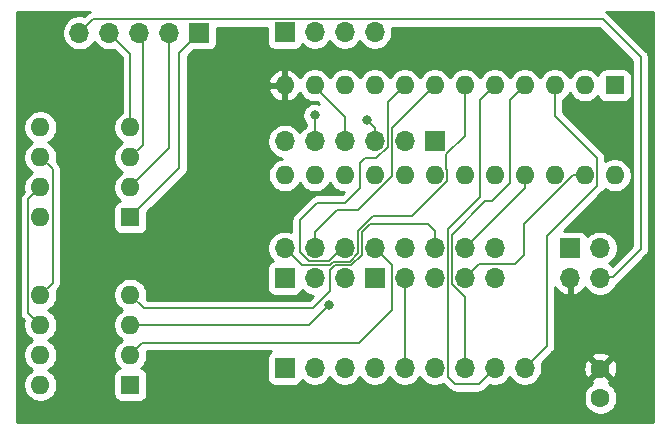
<source format=gbl>
G04 #@! TF.GenerationSoftware,KiCad,Pcbnew,(5.1.9)-1*
G04 #@! TF.CreationDate,2023-05-10T20:53:47+01:00*
G04 #@! TF.ProjectId,Memory Decoder,4d656d6f-7279-4204-9465-636f6465722e,Rev001*
G04 #@! TF.SameCoordinates,Original*
G04 #@! TF.FileFunction,Copper,L2,Bot*
G04 #@! TF.FilePolarity,Positive*
%FSLAX46Y46*%
G04 Gerber Fmt 4.6, Leading zero omitted, Abs format (unit mm)*
G04 Created by KiCad (PCBNEW (5.1.9)-1) date 2023-05-10 20:53:47*
%MOMM*%
%LPD*%
G01*
G04 APERTURE LIST*
G04 #@! TA.AperFunction,ComponentPad*
%ADD10C,1.600000*%
G04 #@! TD*
G04 #@! TA.AperFunction,ComponentPad*
%ADD11R,1.700000X1.700000*%
G04 #@! TD*
G04 #@! TA.AperFunction,ComponentPad*
%ADD12O,1.700000X1.700000*%
G04 #@! TD*
G04 #@! TA.AperFunction,ComponentPad*
%ADD13R,1.600000X1.600000*%
G04 #@! TD*
G04 #@! TA.AperFunction,ComponentPad*
%ADD14O,1.600000X1.600000*%
G04 #@! TD*
G04 #@! TA.AperFunction,ViaPad*
%ADD15C,0.800000*%
G04 #@! TD*
G04 #@! TA.AperFunction,Conductor*
%ADD16C,0.152400*%
G04 #@! TD*
G04 #@! TA.AperFunction,Conductor*
%ADD17C,0.254000*%
G04 #@! TD*
G04 #@! TA.AperFunction,Conductor*
%ADD18C,0.100000*%
G04 #@! TD*
G04 APERTURE END LIST*
D10*
X147315000Y-105255000D03*
X147315000Y-107755000D03*
D11*
X120580000Y-97595000D03*
D12*
X120580000Y-95055000D03*
X123120000Y-97595000D03*
X123120000Y-95055000D03*
X125660000Y-97595000D03*
X125660000Y-95055000D03*
D13*
X148520000Y-81275000D03*
D14*
X120580000Y-88895000D03*
X145980000Y-81275000D03*
X123120000Y-88895000D03*
X143440000Y-81275000D03*
X125660000Y-88895000D03*
X140900000Y-81275000D03*
X128200000Y-88895000D03*
X138360000Y-81275000D03*
X130740000Y-88895000D03*
X135820000Y-81275000D03*
X133280000Y-88895000D03*
X133280000Y-81275000D03*
X135820000Y-88895000D03*
X130740000Y-81275000D03*
X138360000Y-88895000D03*
X128200000Y-81275000D03*
X140900000Y-88895000D03*
X125660000Y-81275000D03*
X143440000Y-88895000D03*
X123120000Y-81275000D03*
X145980000Y-88895000D03*
X120580000Y-81275000D03*
X148520000Y-88895000D03*
D11*
X120580000Y-105215000D03*
D12*
X123120000Y-105215000D03*
X125660000Y-105215000D03*
X128200000Y-105215000D03*
X130740000Y-105215000D03*
X133280000Y-105215000D03*
X135820000Y-105215000D03*
X138360000Y-105215000D03*
X140900000Y-105215000D03*
D13*
X107515000Y-92450000D03*
D14*
X99895000Y-84830000D03*
X107515000Y-89910000D03*
X99895000Y-87370000D03*
X107515000Y-87370000D03*
X99895000Y-89910000D03*
X107515000Y-84830000D03*
X99895000Y-92450000D03*
D13*
X107515000Y-106625000D03*
D14*
X99895000Y-99005000D03*
X107515000Y-104085000D03*
X99895000Y-101545000D03*
X107515000Y-101545000D03*
X99895000Y-104085000D03*
X107515000Y-99005000D03*
X99895000Y-106625000D03*
D11*
X113365000Y-76825000D03*
D12*
X110825000Y-76825000D03*
X108285000Y-76825000D03*
X105745000Y-76825000D03*
X103205000Y-76825000D03*
D11*
X120580000Y-76775000D03*
D12*
X123120000Y-76775000D03*
X125660000Y-76775000D03*
X128200000Y-76775000D03*
D11*
X133280000Y-86005000D03*
D12*
X130740000Y-86005000D03*
X128200000Y-86005000D03*
X125660000Y-86005000D03*
X123120000Y-86005000D03*
X120580000Y-86005000D03*
D11*
X128200000Y-97595000D03*
D12*
X128200000Y-95055000D03*
X130740000Y-97595000D03*
X130740000Y-95055000D03*
X133280000Y-97595000D03*
X133280000Y-95055000D03*
X135820000Y-97595000D03*
X135820000Y-95055000D03*
X138360000Y-97595000D03*
X138360000Y-95055000D03*
D11*
X144745000Y-95055000D03*
D12*
X144745000Y-97595000D03*
X147285000Y-95055000D03*
X147285000Y-97595000D03*
D15*
X124365000Y-99850000D03*
X127512834Y-84197112D03*
X123120000Y-83796390D03*
D16*
X147440000Y-94900000D02*
X147285000Y-95055000D01*
X130740000Y-105215000D02*
X130740000Y-97595000D01*
X129661399Y-96516399D02*
X128200000Y-95055000D01*
X129661399Y-100328601D02*
X129661399Y-96516399D01*
X126905000Y-103085000D02*
X129661399Y-100328601D01*
X108515000Y-103085000D02*
X126905000Y-103085000D01*
X107515000Y-104085000D02*
X108515000Y-103085000D01*
X107515000Y-101545000D02*
X122670000Y-101545000D01*
X122670000Y-101545000D02*
X124365000Y-99850000D01*
X124440000Y-98644668D02*
X122959668Y-100125000D01*
X124440000Y-96900000D02*
X124440000Y-98644668D01*
X122959668Y-100125000D02*
X108635000Y-100125000D01*
X127090000Y-93731066D02*
X127090000Y-95625000D01*
X127821066Y-93000000D02*
X127090000Y-93731066D01*
X108635000Y-100125000D02*
X107515000Y-99005000D01*
X132690001Y-93000000D02*
X127821066Y-93000000D01*
X124823601Y-96516399D02*
X124440000Y-96900000D01*
X133280000Y-93589999D02*
X132690001Y-93000000D01*
X126198601Y-96516399D02*
X124823601Y-96516399D01*
X127090000Y-95625000D02*
X126198601Y-96516399D01*
X133280000Y-95055000D02*
X133280000Y-93589999D01*
X144980000Y-88895000D02*
X145980000Y-88895000D01*
X140832500Y-93042500D02*
X140832500Y-95632500D01*
X140832500Y-93042500D02*
X144980000Y-88895000D01*
X140102500Y-96362500D02*
X137052500Y-96362500D01*
X140832500Y-95632500D02*
X140102500Y-96362500D01*
X135820000Y-97595000D02*
X137052500Y-96362500D01*
X140900000Y-89975000D02*
X140900000Y-88895000D01*
X135820000Y-95055000D02*
X140900000Y-89975000D01*
X147511399Y-75696399D02*
X104333601Y-75696399D01*
X150715000Y-78900000D02*
X147511399Y-75696399D01*
X150715000Y-95150000D02*
X150715000Y-78900000D01*
X104333601Y-75696399D02*
X103205000Y-76825000D01*
X148404931Y-97460069D02*
X150715000Y-95150000D01*
X147419931Y-97460069D02*
X148404931Y-97460069D01*
X147285000Y-97595000D02*
X147419931Y-97460069D01*
X143440000Y-82406370D02*
X143440000Y-81275000D01*
X143440000Y-83831066D02*
X143440000Y-82406370D01*
X147008601Y-87399667D02*
X143440000Y-83831066D01*
X147008601Y-89806399D02*
X147008601Y-87399667D01*
X142765000Y-94050000D02*
X147008601Y-89806399D01*
X142765000Y-103350000D02*
X142765000Y-94050000D01*
X140900000Y-105215000D02*
X142765000Y-103350000D01*
X139665000Y-82510000D02*
X140900000Y-81275000D01*
X139665000Y-89525000D02*
X139665000Y-82510000D01*
X138090000Y-91100000D02*
X139665000Y-89525000D01*
X137565000Y-91100000D02*
X138090000Y-91100000D01*
X134715000Y-93950000D02*
X137565000Y-91100000D01*
X135820000Y-99191330D02*
X134715000Y-98086330D01*
X134715000Y-98086330D02*
X134715000Y-93950000D01*
X135820000Y-105215000D02*
X135820000Y-99191330D01*
X137115000Y-82520000D02*
X137560001Y-82074999D01*
X137115000Y-90750000D02*
X137115000Y-82520000D01*
X134410189Y-93454811D02*
X137115000Y-90750000D01*
X137560001Y-82074999D02*
X138360000Y-81275000D01*
X134410189Y-105945189D02*
X134410189Y-93454811D01*
X135040000Y-106575000D02*
X134410189Y-105945189D01*
X137000000Y-106575000D02*
X135040000Y-106575000D01*
X138360000Y-105215000D02*
X137000000Y-106575000D01*
X126072346Y-96211588D02*
X124697345Y-96211588D01*
X121429999Y-95904999D02*
X120580000Y-95055000D01*
X124392535Y-96516399D02*
X122041399Y-96516399D01*
X135820000Y-81275000D02*
X135820000Y-85523790D01*
X124697345Y-96211588D02*
X124392535Y-96516399D01*
X134260189Y-87083601D02*
X134260189Y-88352859D01*
X126785189Y-95498745D02*
X126072346Y-96211588D01*
X135820000Y-85523790D02*
X134260189Y-87083601D01*
X126785189Y-93604810D02*
X126785189Y-95498745D01*
X128049620Y-92340380D02*
X126785189Y-93604810D01*
X131356950Y-92340380D02*
X128049620Y-92340380D01*
X134308601Y-89388729D02*
X131356950Y-92340380D01*
X134260189Y-88352859D02*
X134308601Y-88401271D01*
X122041399Y-96516399D02*
X121429999Y-95904999D01*
X134308601Y-88401271D02*
X134308601Y-89388729D01*
X129640000Y-84915000D02*
X133280000Y-81275000D01*
X129640000Y-85000000D02*
X129640000Y-84915000D01*
X129644811Y-85004811D02*
X129640000Y-85000000D01*
X129644811Y-88972519D02*
X129644811Y-85004811D01*
X126792330Y-91825000D02*
X129644811Y-88972519D01*
X125040000Y-91825000D02*
X126792330Y-91825000D01*
X123140000Y-93725000D02*
X125040000Y-91825000D01*
X123140000Y-95035000D02*
X123140000Y-93725000D01*
X123120000Y-95055000D02*
X123140000Y-95035000D01*
X125660000Y-95055000D02*
X125422866Y-95055000D01*
X129315000Y-82700000D02*
X129940001Y-82074999D01*
X124344265Y-96133601D02*
X122602271Y-96133601D01*
X129315000Y-86486330D02*
X129315000Y-82700000D01*
X121865000Y-95396330D02*
X121865000Y-92668933D01*
X121865000Y-92668933D02*
X123333933Y-91200000D01*
X122602271Y-96133601D02*
X121865000Y-95396330D01*
X126915000Y-87875000D02*
X127340000Y-87450000D01*
X127340000Y-87450000D02*
X128351330Y-87450000D01*
X128351330Y-87450000D02*
X129315000Y-86486330D01*
X125422866Y-95055000D02*
X124344265Y-96133601D01*
X129940001Y-82074999D02*
X130740000Y-81275000D01*
X126915000Y-90000000D02*
X126915000Y-87875000D01*
X123333933Y-91200000D02*
X125715000Y-91200000D01*
X125715000Y-91200000D02*
X126915000Y-90000000D01*
X127512834Y-84222834D02*
X127512834Y-84197112D01*
X128190000Y-85995000D02*
X128190000Y-84900000D01*
X128190000Y-84900000D02*
X127512834Y-84222834D01*
X128200000Y-86005000D02*
X128190000Y-85995000D01*
X125660000Y-83995000D02*
X125660000Y-86005000D01*
X123120000Y-81455000D02*
X125660000Y-83995000D01*
X123120000Y-81275000D02*
X123120000Y-81455000D01*
X123120000Y-86005000D02*
X123120000Y-83796390D01*
X100923601Y-88398601D02*
X99895000Y-87370000D01*
X100923601Y-97976399D02*
X100923601Y-88398601D01*
X99895000Y-99005000D02*
X100923601Y-97976399D01*
X98866399Y-90938601D02*
X99895000Y-89910000D01*
X98866399Y-100516399D02*
X98866399Y-90938601D01*
X99895000Y-101545000D02*
X98866399Y-100516399D01*
X107515000Y-92450000D02*
X111665000Y-88300000D01*
X111665000Y-78525000D02*
X113365000Y-76825000D01*
X111665000Y-88300000D02*
X111665000Y-78525000D01*
X110825000Y-86600000D02*
X110825000Y-76825000D01*
X107515000Y-89910000D02*
X110825000Y-86600000D01*
X108543601Y-77083601D02*
X108285000Y-76825000D01*
X108543601Y-86341399D02*
X108543601Y-77083601D01*
X107515000Y-87370000D02*
X108543601Y-86341399D01*
X107515000Y-78595000D02*
X105745000Y-76825000D01*
X107515000Y-84830000D02*
X107515000Y-78595000D01*
D17*
X104060120Y-75036157D02*
X103936568Y-75102197D01*
X103828274Y-75191072D01*
X103806004Y-75218208D01*
X103628972Y-75395241D01*
X103351260Y-75340000D01*
X103058740Y-75340000D01*
X102771842Y-75397068D01*
X102501589Y-75509010D01*
X102258368Y-75671525D01*
X102051525Y-75878368D01*
X101889010Y-76121589D01*
X101777068Y-76391842D01*
X101720000Y-76678740D01*
X101720000Y-76971260D01*
X101777068Y-77258158D01*
X101889010Y-77528411D01*
X102051525Y-77771632D01*
X102258368Y-77978475D01*
X102501589Y-78140990D01*
X102771842Y-78252932D01*
X103058740Y-78310000D01*
X103351260Y-78310000D01*
X103638158Y-78252932D01*
X103908411Y-78140990D01*
X104151632Y-77978475D01*
X104358475Y-77771632D01*
X104475000Y-77597240D01*
X104591525Y-77771632D01*
X104798368Y-77978475D01*
X105041589Y-78140990D01*
X105311842Y-78252932D01*
X105598740Y-78310000D01*
X105891260Y-78310000D01*
X106168972Y-78254759D01*
X106803801Y-78889589D01*
X106803800Y-83579349D01*
X106600241Y-83715363D01*
X106400363Y-83915241D01*
X106243320Y-84150273D01*
X106135147Y-84411426D01*
X106080000Y-84688665D01*
X106080000Y-84971335D01*
X106135147Y-85248574D01*
X106243320Y-85509727D01*
X106400363Y-85744759D01*
X106600241Y-85944637D01*
X106832759Y-86100000D01*
X106600241Y-86255363D01*
X106400363Y-86455241D01*
X106243320Y-86690273D01*
X106135147Y-86951426D01*
X106080000Y-87228665D01*
X106080000Y-87511335D01*
X106135147Y-87788574D01*
X106243320Y-88049727D01*
X106400363Y-88284759D01*
X106600241Y-88484637D01*
X106832759Y-88640000D01*
X106600241Y-88795363D01*
X106400363Y-88995241D01*
X106243320Y-89230273D01*
X106135147Y-89491426D01*
X106080000Y-89768665D01*
X106080000Y-90051335D01*
X106135147Y-90328574D01*
X106243320Y-90589727D01*
X106400363Y-90824759D01*
X106598961Y-91023357D01*
X106590518Y-91024188D01*
X106470820Y-91060498D01*
X106360506Y-91119463D01*
X106263815Y-91198815D01*
X106184463Y-91295506D01*
X106125498Y-91405820D01*
X106089188Y-91525518D01*
X106076928Y-91650000D01*
X106076928Y-93250000D01*
X106089188Y-93374482D01*
X106125498Y-93494180D01*
X106184463Y-93604494D01*
X106263815Y-93701185D01*
X106360506Y-93780537D01*
X106470820Y-93839502D01*
X106590518Y-93875812D01*
X106715000Y-93888072D01*
X108315000Y-93888072D01*
X108439482Y-93875812D01*
X108559180Y-93839502D01*
X108669494Y-93780537D01*
X108766185Y-93701185D01*
X108845537Y-93604494D01*
X108904502Y-93494180D01*
X108940812Y-93374482D01*
X108953072Y-93250000D01*
X108953072Y-92017715D01*
X112143201Y-88827588D01*
X112170326Y-88805327D01*
X112192588Y-88778201D01*
X112192597Y-88778192D01*
X112259202Y-88697033D01*
X112299565Y-88621519D01*
X112325242Y-88573481D01*
X112365909Y-88439420D01*
X112376200Y-88334936D01*
X112376200Y-88334927D01*
X112379640Y-88300001D01*
X112376200Y-88265075D01*
X112376200Y-81624040D01*
X119188091Y-81624040D01*
X119282930Y-81888881D01*
X119427615Y-82130131D01*
X119616586Y-82338519D01*
X119842580Y-82506037D01*
X120096913Y-82626246D01*
X120230961Y-82666904D01*
X120453000Y-82544915D01*
X120453000Y-81402000D01*
X119309376Y-81402000D01*
X119188091Y-81624040D01*
X112376200Y-81624040D01*
X112376200Y-80925960D01*
X119188091Y-80925960D01*
X119309376Y-81148000D01*
X120453000Y-81148000D01*
X120453000Y-80005085D01*
X120230961Y-79883096D01*
X120096913Y-79923754D01*
X119842580Y-80043963D01*
X119616586Y-80211481D01*
X119427615Y-80419869D01*
X119282930Y-80661119D01*
X119188091Y-80925960D01*
X112376200Y-80925960D01*
X112376200Y-78819587D01*
X112882715Y-78313072D01*
X114215000Y-78313072D01*
X114339482Y-78300812D01*
X114459180Y-78264502D01*
X114569494Y-78205537D01*
X114666185Y-78126185D01*
X114745537Y-78029494D01*
X114804502Y-77919180D01*
X114840812Y-77799482D01*
X114853072Y-77675000D01*
X114853072Y-76407599D01*
X119091928Y-76407599D01*
X119091928Y-77625000D01*
X119104188Y-77749482D01*
X119140498Y-77869180D01*
X119199463Y-77979494D01*
X119278815Y-78076185D01*
X119375506Y-78155537D01*
X119485820Y-78214502D01*
X119605518Y-78250812D01*
X119730000Y-78263072D01*
X121430000Y-78263072D01*
X121554482Y-78250812D01*
X121674180Y-78214502D01*
X121784494Y-78155537D01*
X121881185Y-78076185D01*
X121960537Y-77979494D01*
X122019502Y-77869180D01*
X122041513Y-77796620D01*
X122173368Y-77928475D01*
X122416589Y-78090990D01*
X122686842Y-78202932D01*
X122973740Y-78260000D01*
X123266260Y-78260000D01*
X123553158Y-78202932D01*
X123823411Y-78090990D01*
X124066632Y-77928475D01*
X124273475Y-77721632D01*
X124390000Y-77547240D01*
X124506525Y-77721632D01*
X124713368Y-77928475D01*
X124956589Y-78090990D01*
X125226842Y-78202932D01*
X125513740Y-78260000D01*
X125806260Y-78260000D01*
X126093158Y-78202932D01*
X126363411Y-78090990D01*
X126606632Y-77928475D01*
X126813475Y-77721632D01*
X126930000Y-77547240D01*
X127046525Y-77721632D01*
X127253368Y-77928475D01*
X127496589Y-78090990D01*
X127766842Y-78202932D01*
X128053740Y-78260000D01*
X128346260Y-78260000D01*
X128633158Y-78202932D01*
X128903411Y-78090990D01*
X129146632Y-77928475D01*
X129353475Y-77721632D01*
X129515990Y-77478411D01*
X129627932Y-77208158D01*
X129685000Y-76921260D01*
X129685000Y-76628740D01*
X129641012Y-76407599D01*
X147216812Y-76407599D01*
X150003801Y-79194589D01*
X150003800Y-94855412D01*
X148324660Y-96534553D01*
X148231632Y-96441525D01*
X148057240Y-96325000D01*
X148231632Y-96208475D01*
X148438475Y-96001632D01*
X148600990Y-95758411D01*
X148712932Y-95488158D01*
X148770000Y-95201260D01*
X148770000Y-94908740D01*
X148712932Y-94621842D01*
X148600990Y-94351589D01*
X148438475Y-94108368D01*
X148231632Y-93901525D01*
X147988411Y-93739010D01*
X147718158Y-93627068D01*
X147431260Y-93570000D01*
X147138740Y-93570000D01*
X146851842Y-93627068D01*
X146581589Y-93739010D01*
X146338368Y-93901525D01*
X146206513Y-94033380D01*
X146184502Y-93960820D01*
X146125537Y-93850506D01*
X146046185Y-93753815D01*
X145949494Y-93674463D01*
X145839180Y-93615498D01*
X145719482Y-93579188D01*
X145595000Y-93566928D01*
X144253859Y-93566928D01*
X147486796Y-90333992D01*
X147513927Y-90311726D01*
X147536194Y-90284594D01*
X147536198Y-90284590D01*
X147602803Y-90203432D01*
X147612526Y-90185242D01*
X147668843Y-90079880D01*
X147675841Y-90056810D01*
X147840273Y-90166680D01*
X148101426Y-90274853D01*
X148378665Y-90330000D01*
X148661335Y-90330000D01*
X148938574Y-90274853D01*
X149199727Y-90166680D01*
X149434759Y-90009637D01*
X149634637Y-89809759D01*
X149791680Y-89574727D01*
X149899853Y-89313574D01*
X149955000Y-89036335D01*
X149955000Y-88753665D01*
X149899853Y-88476426D01*
X149791680Y-88215273D01*
X149634637Y-87980241D01*
X149434759Y-87780363D01*
X149199727Y-87623320D01*
X148938574Y-87515147D01*
X148661335Y-87460000D01*
X148378665Y-87460000D01*
X148101426Y-87515147D01*
X147840273Y-87623320D01*
X147719801Y-87703817D01*
X147719801Y-87434595D01*
X147723241Y-87399667D01*
X147719801Y-87364738D01*
X147719801Y-87364731D01*
X147709510Y-87260247D01*
X147668843Y-87126186D01*
X147602803Y-87002634D01*
X147513928Y-86894340D01*
X147486792Y-86872070D01*
X144151200Y-83536479D01*
X144151200Y-82525650D01*
X144354759Y-82389637D01*
X144554637Y-82189759D01*
X144710000Y-81957241D01*
X144865363Y-82189759D01*
X145065241Y-82389637D01*
X145300273Y-82546680D01*
X145561426Y-82654853D01*
X145838665Y-82710000D01*
X146121335Y-82710000D01*
X146398574Y-82654853D01*
X146659727Y-82546680D01*
X146894759Y-82389637D01*
X147093357Y-82191039D01*
X147094188Y-82199482D01*
X147130498Y-82319180D01*
X147189463Y-82429494D01*
X147268815Y-82526185D01*
X147365506Y-82605537D01*
X147475820Y-82664502D01*
X147595518Y-82700812D01*
X147720000Y-82713072D01*
X149320000Y-82713072D01*
X149444482Y-82700812D01*
X149564180Y-82664502D01*
X149674494Y-82605537D01*
X149771185Y-82526185D01*
X149850537Y-82429494D01*
X149909502Y-82319180D01*
X149945812Y-82199482D01*
X149958072Y-82075000D01*
X149958072Y-80475000D01*
X149945812Y-80350518D01*
X149909502Y-80230820D01*
X149850537Y-80120506D01*
X149771185Y-80023815D01*
X149674494Y-79944463D01*
X149564180Y-79885498D01*
X149444482Y-79849188D01*
X149320000Y-79836928D01*
X147720000Y-79836928D01*
X147595518Y-79849188D01*
X147475820Y-79885498D01*
X147365506Y-79944463D01*
X147268815Y-80023815D01*
X147189463Y-80120506D01*
X147130498Y-80230820D01*
X147094188Y-80350518D01*
X147093357Y-80358961D01*
X146894759Y-80160363D01*
X146659727Y-80003320D01*
X146398574Y-79895147D01*
X146121335Y-79840000D01*
X145838665Y-79840000D01*
X145561426Y-79895147D01*
X145300273Y-80003320D01*
X145065241Y-80160363D01*
X144865363Y-80360241D01*
X144710000Y-80592759D01*
X144554637Y-80360241D01*
X144354759Y-80160363D01*
X144119727Y-80003320D01*
X143858574Y-79895147D01*
X143581335Y-79840000D01*
X143298665Y-79840000D01*
X143021426Y-79895147D01*
X142760273Y-80003320D01*
X142525241Y-80160363D01*
X142325363Y-80360241D01*
X142170000Y-80592759D01*
X142014637Y-80360241D01*
X141814759Y-80160363D01*
X141579727Y-80003320D01*
X141318574Y-79895147D01*
X141041335Y-79840000D01*
X140758665Y-79840000D01*
X140481426Y-79895147D01*
X140220273Y-80003320D01*
X139985241Y-80160363D01*
X139785363Y-80360241D01*
X139630000Y-80592759D01*
X139474637Y-80360241D01*
X139274759Y-80160363D01*
X139039727Y-80003320D01*
X138778574Y-79895147D01*
X138501335Y-79840000D01*
X138218665Y-79840000D01*
X137941426Y-79895147D01*
X137680273Y-80003320D01*
X137445241Y-80160363D01*
X137245363Y-80360241D01*
X137090000Y-80592759D01*
X136934637Y-80360241D01*
X136734759Y-80160363D01*
X136499727Y-80003320D01*
X136238574Y-79895147D01*
X135961335Y-79840000D01*
X135678665Y-79840000D01*
X135401426Y-79895147D01*
X135140273Y-80003320D01*
X134905241Y-80160363D01*
X134705363Y-80360241D01*
X134550000Y-80592759D01*
X134394637Y-80360241D01*
X134194759Y-80160363D01*
X133959727Y-80003320D01*
X133698574Y-79895147D01*
X133421335Y-79840000D01*
X133138665Y-79840000D01*
X132861426Y-79895147D01*
X132600273Y-80003320D01*
X132365241Y-80160363D01*
X132165363Y-80360241D01*
X132010000Y-80592759D01*
X131854637Y-80360241D01*
X131654759Y-80160363D01*
X131419727Y-80003320D01*
X131158574Y-79895147D01*
X130881335Y-79840000D01*
X130598665Y-79840000D01*
X130321426Y-79895147D01*
X130060273Y-80003320D01*
X129825241Y-80160363D01*
X129625363Y-80360241D01*
X129470000Y-80592759D01*
X129314637Y-80360241D01*
X129114759Y-80160363D01*
X128879727Y-80003320D01*
X128618574Y-79895147D01*
X128341335Y-79840000D01*
X128058665Y-79840000D01*
X127781426Y-79895147D01*
X127520273Y-80003320D01*
X127285241Y-80160363D01*
X127085363Y-80360241D01*
X126930000Y-80592759D01*
X126774637Y-80360241D01*
X126574759Y-80160363D01*
X126339727Y-80003320D01*
X126078574Y-79895147D01*
X125801335Y-79840000D01*
X125518665Y-79840000D01*
X125241426Y-79895147D01*
X124980273Y-80003320D01*
X124745241Y-80160363D01*
X124545363Y-80360241D01*
X124390000Y-80592759D01*
X124234637Y-80360241D01*
X124034759Y-80160363D01*
X123799727Y-80003320D01*
X123538574Y-79895147D01*
X123261335Y-79840000D01*
X122978665Y-79840000D01*
X122701426Y-79895147D01*
X122440273Y-80003320D01*
X122205241Y-80160363D01*
X122005363Y-80360241D01*
X121848320Y-80595273D01*
X121843933Y-80605865D01*
X121732385Y-80419869D01*
X121543414Y-80211481D01*
X121317420Y-80043963D01*
X121063087Y-79923754D01*
X120929039Y-79883096D01*
X120707000Y-80005085D01*
X120707000Y-81148000D01*
X120727000Y-81148000D01*
X120727000Y-81402000D01*
X120707000Y-81402000D01*
X120707000Y-82544915D01*
X120929039Y-82666904D01*
X121063087Y-82626246D01*
X121317420Y-82506037D01*
X121543414Y-82338519D01*
X121732385Y-82130131D01*
X121843933Y-81944135D01*
X121848320Y-81954727D01*
X122005363Y-82189759D01*
X122205241Y-82389637D01*
X122440273Y-82546680D01*
X122701426Y-82654853D01*
X122978665Y-82710000D01*
X123261335Y-82710000D01*
X123351314Y-82692102D01*
X123487585Y-82828373D01*
X123421898Y-82801164D01*
X123221939Y-82761390D01*
X123018061Y-82761390D01*
X122818102Y-82801164D01*
X122629744Y-82879185D01*
X122460226Y-82992453D01*
X122316063Y-83136616D01*
X122202795Y-83306134D01*
X122124774Y-83494492D01*
X122085000Y-83694451D01*
X122085000Y-83898329D01*
X122124774Y-84098288D01*
X122202795Y-84286646D01*
X122316063Y-84456164D01*
X122408801Y-84548902D01*
X122408801Y-84694214D01*
X122173368Y-84851525D01*
X121966525Y-85058368D01*
X121850000Y-85232760D01*
X121733475Y-85058368D01*
X121526632Y-84851525D01*
X121283411Y-84689010D01*
X121013158Y-84577068D01*
X120726260Y-84520000D01*
X120433740Y-84520000D01*
X120146842Y-84577068D01*
X119876589Y-84689010D01*
X119633368Y-84851525D01*
X119426525Y-85058368D01*
X119264010Y-85301589D01*
X119152068Y-85571842D01*
X119095000Y-85858740D01*
X119095000Y-86151260D01*
X119152068Y-86438158D01*
X119264010Y-86708411D01*
X119426525Y-86951632D01*
X119633368Y-87158475D01*
X119876589Y-87320990D01*
X120146842Y-87432932D01*
X120360793Y-87475490D01*
X120161426Y-87515147D01*
X119900273Y-87623320D01*
X119665241Y-87780363D01*
X119465363Y-87980241D01*
X119308320Y-88215273D01*
X119200147Y-88476426D01*
X119145000Y-88753665D01*
X119145000Y-89036335D01*
X119200147Y-89313574D01*
X119308320Y-89574727D01*
X119465363Y-89809759D01*
X119665241Y-90009637D01*
X119900273Y-90166680D01*
X120161426Y-90274853D01*
X120438665Y-90330000D01*
X120721335Y-90330000D01*
X120998574Y-90274853D01*
X121259727Y-90166680D01*
X121494759Y-90009637D01*
X121694637Y-89809759D01*
X121850000Y-89577241D01*
X122005363Y-89809759D01*
X122205241Y-90009637D01*
X122440273Y-90166680D01*
X122701426Y-90274853D01*
X122978665Y-90330000D01*
X123261335Y-90330000D01*
X123538574Y-90274853D01*
X123799727Y-90166680D01*
X124034759Y-90009637D01*
X124234637Y-89809759D01*
X124390000Y-89577241D01*
X124545363Y-89809759D01*
X124745241Y-90009637D01*
X124980273Y-90166680D01*
X125241426Y-90274853D01*
X125518665Y-90330000D01*
X125579212Y-90330000D01*
X125420413Y-90488800D01*
X123368861Y-90488800D01*
X123333933Y-90485360D01*
X123299004Y-90488800D01*
X123298997Y-90488800D01*
X123194513Y-90499091D01*
X123060452Y-90539758D01*
X122936900Y-90605798D01*
X122828606Y-90694673D01*
X122806336Y-90721809D01*
X121386810Y-92141336D01*
X121359674Y-92163606D01*
X121337404Y-92190742D01*
X121337403Y-92190743D01*
X121270798Y-92271901D01*
X121211811Y-92382258D01*
X121204759Y-92395452D01*
X121164092Y-92529513D01*
X121163095Y-92539640D01*
X121150360Y-92668933D01*
X121153801Y-92703869D01*
X121153801Y-93685324D01*
X121013158Y-93627068D01*
X120726260Y-93570000D01*
X120433740Y-93570000D01*
X120146842Y-93627068D01*
X119876589Y-93739010D01*
X119633368Y-93901525D01*
X119426525Y-94108368D01*
X119264010Y-94351589D01*
X119152068Y-94621842D01*
X119095000Y-94908740D01*
X119095000Y-95201260D01*
X119152068Y-95488158D01*
X119264010Y-95758411D01*
X119426525Y-96001632D01*
X119558380Y-96133487D01*
X119485820Y-96155498D01*
X119375506Y-96214463D01*
X119278815Y-96293815D01*
X119199463Y-96390506D01*
X119140498Y-96500820D01*
X119104188Y-96620518D01*
X119091928Y-96745000D01*
X119091928Y-98445000D01*
X119104188Y-98569482D01*
X119140498Y-98689180D01*
X119199463Y-98799494D01*
X119278815Y-98896185D01*
X119375506Y-98975537D01*
X119485820Y-99034502D01*
X119605518Y-99070812D01*
X119730000Y-99083072D01*
X121430000Y-99083072D01*
X121554482Y-99070812D01*
X121674180Y-99034502D01*
X121784494Y-98975537D01*
X121881185Y-98896185D01*
X121960537Y-98799494D01*
X122019502Y-98689180D01*
X122041513Y-98616620D01*
X122173368Y-98748475D01*
X122416589Y-98910990D01*
X122686842Y-99022932D01*
X122973740Y-99080000D01*
X122998880Y-99080000D01*
X122665081Y-99413800D01*
X108929588Y-99413800D01*
X108902238Y-99386450D01*
X108950000Y-99146335D01*
X108950000Y-98863665D01*
X108894853Y-98586426D01*
X108786680Y-98325273D01*
X108629637Y-98090241D01*
X108429759Y-97890363D01*
X108194727Y-97733320D01*
X107933574Y-97625147D01*
X107656335Y-97570000D01*
X107373665Y-97570000D01*
X107096426Y-97625147D01*
X106835273Y-97733320D01*
X106600241Y-97890363D01*
X106400363Y-98090241D01*
X106243320Y-98325273D01*
X106135147Y-98586426D01*
X106080000Y-98863665D01*
X106080000Y-99146335D01*
X106135147Y-99423574D01*
X106243320Y-99684727D01*
X106400363Y-99919759D01*
X106600241Y-100119637D01*
X106832759Y-100275000D01*
X106600241Y-100430363D01*
X106400363Y-100630241D01*
X106243320Y-100865273D01*
X106135147Y-101126426D01*
X106080000Y-101403665D01*
X106080000Y-101686335D01*
X106135147Y-101963574D01*
X106243320Y-102224727D01*
X106400363Y-102459759D01*
X106600241Y-102659637D01*
X106832759Y-102815000D01*
X106600241Y-102970363D01*
X106400363Y-103170241D01*
X106243320Y-103405273D01*
X106135147Y-103666426D01*
X106080000Y-103943665D01*
X106080000Y-104226335D01*
X106135147Y-104503574D01*
X106243320Y-104764727D01*
X106400363Y-104999759D01*
X106598961Y-105198357D01*
X106590518Y-105199188D01*
X106470820Y-105235498D01*
X106360506Y-105294463D01*
X106263815Y-105373815D01*
X106184463Y-105470506D01*
X106125498Y-105580820D01*
X106089188Y-105700518D01*
X106076928Y-105825000D01*
X106076928Y-107425000D01*
X106089188Y-107549482D01*
X106125498Y-107669180D01*
X106184463Y-107779494D01*
X106263815Y-107876185D01*
X106360506Y-107955537D01*
X106470820Y-108014502D01*
X106590518Y-108050812D01*
X106715000Y-108063072D01*
X108315000Y-108063072D01*
X108439482Y-108050812D01*
X108559180Y-108014502D01*
X108669494Y-107955537D01*
X108766185Y-107876185D01*
X108845537Y-107779494D01*
X108904502Y-107669180D01*
X108921342Y-107613665D01*
X145880000Y-107613665D01*
X145880000Y-107896335D01*
X145935147Y-108173574D01*
X146043320Y-108434727D01*
X146200363Y-108669759D01*
X146400241Y-108869637D01*
X146635273Y-109026680D01*
X146896426Y-109134853D01*
X147173665Y-109190000D01*
X147456335Y-109190000D01*
X147733574Y-109134853D01*
X147994727Y-109026680D01*
X148229759Y-108869637D01*
X148429637Y-108669759D01*
X148586680Y-108434727D01*
X148694853Y-108173574D01*
X148750000Y-107896335D01*
X148750000Y-107613665D01*
X148694853Y-107336426D01*
X148586680Y-107075273D01*
X148429637Y-106840241D01*
X148229759Y-106640363D01*
X148029131Y-106506308D01*
X148056514Y-106491671D01*
X148128097Y-106247702D01*
X147315000Y-105434605D01*
X146501903Y-106247702D01*
X146573486Y-106491671D01*
X146602341Y-106505324D01*
X146400241Y-106640363D01*
X146200363Y-106840241D01*
X146043320Y-107075273D01*
X145935147Y-107336426D01*
X145880000Y-107613665D01*
X108921342Y-107613665D01*
X108940812Y-107549482D01*
X108953072Y-107425000D01*
X108953072Y-105825000D01*
X108940812Y-105700518D01*
X108904502Y-105580820D01*
X108845537Y-105470506D01*
X108766185Y-105373815D01*
X108669494Y-105294463D01*
X108559180Y-105235498D01*
X108439482Y-105199188D01*
X108431039Y-105198357D01*
X108629637Y-104999759D01*
X108786680Y-104764727D01*
X108894853Y-104503574D01*
X108950000Y-104226335D01*
X108950000Y-103943665D01*
X108920667Y-103796200D01*
X119447090Y-103796200D01*
X119375506Y-103834463D01*
X119278815Y-103913815D01*
X119199463Y-104010506D01*
X119140498Y-104120820D01*
X119104188Y-104240518D01*
X119091928Y-104365000D01*
X119091928Y-106065000D01*
X119104188Y-106189482D01*
X119140498Y-106309180D01*
X119199463Y-106419494D01*
X119278815Y-106516185D01*
X119375506Y-106595537D01*
X119485820Y-106654502D01*
X119605518Y-106690812D01*
X119730000Y-106703072D01*
X121430000Y-106703072D01*
X121554482Y-106690812D01*
X121674180Y-106654502D01*
X121784494Y-106595537D01*
X121881185Y-106516185D01*
X121960537Y-106419494D01*
X122019502Y-106309180D01*
X122041513Y-106236620D01*
X122173368Y-106368475D01*
X122416589Y-106530990D01*
X122686842Y-106642932D01*
X122973740Y-106700000D01*
X123266260Y-106700000D01*
X123553158Y-106642932D01*
X123823411Y-106530990D01*
X124066632Y-106368475D01*
X124273475Y-106161632D01*
X124390000Y-105987240D01*
X124506525Y-106161632D01*
X124713368Y-106368475D01*
X124956589Y-106530990D01*
X125226842Y-106642932D01*
X125513740Y-106700000D01*
X125806260Y-106700000D01*
X126093158Y-106642932D01*
X126363411Y-106530990D01*
X126606632Y-106368475D01*
X126813475Y-106161632D01*
X126930000Y-105987240D01*
X127046525Y-106161632D01*
X127253368Y-106368475D01*
X127496589Y-106530990D01*
X127766842Y-106642932D01*
X128053740Y-106700000D01*
X128346260Y-106700000D01*
X128633158Y-106642932D01*
X128903411Y-106530990D01*
X129146632Y-106368475D01*
X129353475Y-106161632D01*
X129470000Y-105987240D01*
X129586525Y-106161632D01*
X129793368Y-106368475D01*
X130036589Y-106530990D01*
X130306842Y-106642932D01*
X130593740Y-106700000D01*
X130886260Y-106700000D01*
X131173158Y-106642932D01*
X131443411Y-106530990D01*
X131686632Y-106368475D01*
X131893475Y-106161632D01*
X132010000Y-105987240D01*
X132126525Y-106161632D01*
X132333368Y-106368475D01*
X132576589Y-106530990D01*
X132846842Y-106642932D01*
X133133740Y-106700000D01*
X133426260Y-106700000D01*
X133713158Y-106642932D01*
X133983411Y-106530990D01*
X133987482Y-106528270D01*
X134512407Y-107053196D01*
X134534673Y-107080327D01*
X134561804Y-107102593D01*
X134561808Y-107102597D01*
X134642967Y-107169202D01*
X134766519Y-107235242D01*
X134900580Y-107275909D01*
X135005064Y-107286200D01*
X135005073Y-107286200D01*
X135039999Y-107289640D01*
X135074925Y-107286200D01*
X136965074Y-107286200D01*
X137000000Y-107289640D01*
X137034926Y-107286200D01*
X137034936Y-107286200D01*
X137139420Y-107275909D01*
X137273481Y-107235242D01*
X137397033Y-107169202D01*
X137505327Y-107080327D01*
X137527601Y-107053186D01*
X137936028Y-106644759D01*
X138213740Y-106700000D01*
X138506260Y-106700000D01*
X138793158Y-106642932D01*
X139063411Y-106530990D01*
X139306632Y-106368475D01*
X139513475Y-106161632D01*
X139630000Y-105987240D01*
X139746525Y-106161632D01*
X139953368Y-106368475D01*
X140196589Y-106530990D01*
X140466842Y-106642932D01*
X140753740Y-106700000D01*
X141046260Y-106700000D01*
X141333158Y-106642932D01*
X141603411Y-106530990D01*
X141846632Y-106368475D01*
X142053475Y-106161632D01*
X142215990Y-105918411D01*
X142327932Y-105648158D01*
X142385000Y-105361260D01*
X142385000Y-105325512D01*
X145874783Y-105325512D01*
X145916213Y-105605130D01*
X146011397Y-105871292D01*
X146078329Y-105996514D01*
X146322298Y-106068097D01*
X147135395Y-105255000D01*
X147494605Y-105255000D01*
X148307702Y-106068097D01*
X148551671Y-105996514D01*
X148672571Y-105741004D01*
X148741300Y-105466816D01*
X148755217Y-105184488D01*
X148713787Y-104904870D01*
X148618603Y-104638708D01*
X148551671Y-104513486D01*
X148307702Y-104441903D01*
X147494605Y-105255000D01*
X147135395Y-105255000D01*
X146322298Y-104441903D01*
X146078329Y-104513486D01*
X145957429Y-104768996D01*
X145888700Y-105043184D01*
X145874783Y-105325512D01*
X142385000Y-105325512D01*
X142385000Y-105068740D01*
X142329759Y-104791029D01*
X142858490Y-104262298D01*
X146501903Y-104262298D01*
X147315000Y-105075395D01*
X148128097Y-104262298D01*
X148056514Y-104018329D01*
X147801004Y-103897429D01*
X147526816Y-103828700D01*
X147244488Y-103814783D01*
X146964870Y-103856213D01*
X146698708Y-103951397D01*
X146573486Y-104018329D01*
X146501903Y-104262298D01*
X142858490Y-104262298D01*
X143243201Y-103877588D01*
X143270326Y-103855327D01*
X143292588Y-103828201D01*
X143292597Y-103828192D01*
X143359202Y-103747033D01*
X143425241Y-103623482D01*
X143425242Y-103623481D01*
X143465909Y-103489420D01*
X143476200Y-103384936D01*
X143476200Y-103384927D01*
X143479640Y-103350001D01*
X143476200Y-103315075D01*
X143476200Y-98352760D01*
X143549822Y-98476355D01*
X143744731Y-98692588D01*
X143978080Y-98866641D01*
X144240901Y-98991825D01*
X144388110Y-99036476D01*
X144618000Y-98915155D01*
X144618000Y-97722000D01*
X144598000Y-97722000D01*
X144598000Y-97468000D01*
X144618000Y-97468000D01*
X144618000Y-97448000D01*
X144872000Y-97448000D01*
X144872000Y-97468000D01*
X144892000Y-97468000D01*
X144892000Y-97722000D01*
X144872000Y-97722000D01*
X144872000Y-98915155D01*
X145101890Y-99036476D01*
X145249099Y-98991825D01*
X145511920Y-98866641D01*
X145745269Y-98692588D01*
X145940178Y-98476355D01*
X146009805Y-98359466D01*
X146131525Y-98541632D01*
X146338368Y-98748475D01*
X146581589Y-98910990D01*
X146851842Y-99022932D01*
X147138740Y-99080000D01*
X147431260Y-99080000D01*
X147718158Y-99022932D01*
X147988411Y-98910990D01*
X148231632Y-98748475D01*
X148438475Y-98541632D01*
X148600990Y-98298411D01*
X148674236Y-98121578D01*
X148678412Y-98120311D01*
X148801964Y-98054271D01*
X148910258Y-97965396D01*
X148932533Y-97938254D01*
X151193195Y-95677593D01*
X151220326Y-95655327D01*
X151242593Y-95628195D01*
X151242597Y-95628191D01*
X151309202Y-95547033D01*
X151342049Y-95485581D01*
X151375242Y-95423481D01*
X151415909Y-95289420D01*
X151426200Y-95184936D01*
X151426200Y-95184929D01*
X151429640Y-95150000D01*
X151426200Y-95115072D01*
X151426200Y-78934928D01*
X151429640Y-78900000D01*
X151426200Y-78865071D01*
X151426200Y-78865064D01*
X151415909Y-78760580D01*
X151375242Y-78626519D01*
X151309202Y-78502967D01*
X151220327Y-78394673D01*
X151193191Y-78372403D01*
X148039001Y-75218214D01*
X148016726Y-75191072D01*
X147908432Y-75102197D01*
X147784880Y-75036157D01*
X147764583Y-75030000D01*
X151755000Y-75030000D01*
X151755001Y-109790000D01*
X97955000Y-109790000D01*
X97955000Y-90938601D01*
X98151759Y-90938601D01*
X98155200Y-90973537D01*
X98155199Y-100481473D01*
X98151759Y-100516399D01*
X98155199Y-100551325D01*
X98155199Y-100551334D01*
X98165490Y-100655818D01*
X98206157Y-100789879D01*
X98272197Y-100913431D01*
X98361072Y-101021725D01*
X98388209Y-101043996D01*
X98507763Y-101163550D01*
X98460000Y-101403665D01*
X98460000Y-101686335D01*
X98515147Y-101963574D01*
X98623320Y-102224727D01*
X98780363Y-102459759D01*
X98980241Y-102659637D01*
X99212759Y-102815000D01*
X98980241Y-102970363D01*
X98780363Y-103170241D01*
X98623320Y-103405273D01*
X98515147Y-103666426D01*
X98460000Y-103943665D01*
X98460000Y-104226335D01*
X98515147Y-104503574D01*
X98623320Y-104764727D01*
X98780363Y-104999759D01*
X98980241Y-105199637D01*
X99212759Y-105355000D01*
X98980241Y-105510363D01*
X98780363Y-105710241D01*
X98623320Y-105945273D01*
X98515147Y-106206426D01*
X98460000Y-106483665D01*
X98460000Y-106766335D01*
X98515147Y-107043574D01*
X98623320Y-107304727D01*
X98780363Y-107539759D01*
X98980241Y-107739637D01*
X99215273Y-107896680D01*
X99476426Y-108004853D01*
X99753665Y-108060000D01*
X100036335Y-108060000D01*
X100313574Y-108004853D01*
X100574727Y-107896680D01*
X100809759Y-107739637D01*
X101009637Y-107539759D01*
X101166680Y-107304727D01*
X101274853Y-107043574D01*
X101330000Y-106766335D01*
X101330000Y-106483665D01*
X101274853Y-106206426D01*
X101166680Y-105945273D01*
X101009637Y-105710241D01*
X100809759Y-105510363D01*
X100577241Y-105355000D01*
X100809759Y-105199637D01*
X101009637Y-104999759D01*
X101166680Y-104764727D01*
X101274853Y-104503574D01*
X101330000Y-104226335D01*
X101330000Y-103943665D01*
X101274853Y-103666426D01*
X101166680Y-103405273D01*
X101009637Y-103170241D01*
X100809759Y-102970363D01*
X100577241Y-102815000D01*
X100809759Y-102659637D01*
X101009637Y-102459759D01*
X101166680Y-102224727D01*
X101274853Y-101963574D01*
X101330000Y-101686335D01*
X101330000Y-101403665D01*
X101274853Y-101126426D01*
X101166680Y-100865273D01*
X101009637Y-100630241D01*
X100809759Y-100430363D01*
X100577241Y-100275000D01*
X100809759Y-100119637D01*
X101009637Y-99919759D01*
X101166680Y-99684727D01*
X101274853Y-99423574D01*
X101330000Y-99146335D01*
X101330000Y-98863665D01*
X101282238Y-98623551D01*
X101401801Y-98503988D01*
X101428927Y-98481726D01*
X101451189Y-98454600D01*
X101451198Y-98454591D01*
X101517802Y-98373433D01*
X101517803Y-98373432D01*
X101583843Y-98249880D01*
X101624510Y-98115819D01*
X101634801Y-98011335D01*
X101634801Y-98011318D01*
X101638240Y-97976400D01*
X101634801Y-97941482D01*
X101634801Y-88433518D01*
X101638240Y-88398600D01*
X101634801Y-88363682D01*
X101634801Y-88363665D01*
X101624510Y-88259181D01*
X101583843Y-88125120D01*
X101517803Y-88001568D01*
X101500300Y-87980241D01*
X101451198Y-87920409D01*
X101451194Y-87920405D01*
X101428928Y-87893274D01*
X101401797Y-87871008D01*
X101282238Y-87751449D01*
X101330000Y-87511335D01*
X101330000Y-87228665D01*
X101274853Y-86951426D01*
X101166680Y-86690273D01*
X101009637Y-86455241D01*
X100809759Y-86255363D01*
X100577241Y-86100000D01*
X100809759Y-85944637D01*
X101009637Y-85744759D01*
X101166680Y-85509727D01*
X101274853Y-85248574D01*
X101330000Y-84971335D01*
X101330000Y-84688665D01*
X101274853Y-84411426D01*
X101166680Y-84150273D01*
X101009637Y-83915241D01*
X100809759Y-83715363D01*
X100574727Y-83558320D01*
X100313574Y-83450147D01*
X100036335Y-83395000D01*
X99753665Y-83395000D01*
X99476426Y-83450147D01*
X99215273Y-83558320D01*
X98980241Y-83715363D01*
X98780363Y-83915241D01*
X98623320Y-84150273D01*
X98515147Y-84411426D01*
X98460000Y-84688665D01*
X98460000Y-84971335D01*
X98515147Y-85248574D01*
X98623320Y-85509727D01*
X98780363Y-85744759D01*
X98980241Y-85944637D01*
X99212759Y-86100000D01*
X98980241Y-86255363D01*
X98780363Y-86455241D01*
X98623320Y-86690273D01*
X98515147Y-86951426D01*
X98460000Y-87228665D01*
X98460000Y-87511335D01*
X98515147Y-87788574D01*
X98623320Y-88049727D01*
X98780363Y-88284759D01*
X98980241Y-88484637D01*
X99212759Y-88640000D01*
X98980241Y-88795363D01*
X98780363Y-88995241D01*
X98623320Y-89230273D01*
X98515147Y-89491426D01*
X98460000Y-89768665D01*
X98460000Y-90051335D01*
X98507763Y-90291450D01*
X98388209Y-90411004D01*
X98361073Y-90433274D01*
X98338803Y-90460410D01*
X98338802Y-90460411D01*
X98272197Y-90541569D01*
X98237866Y-90605798D01*
X98206158Y-90665120D01*
X98169813Y-90784935D01*
X98165491Y-90799182D01*
X98151759Y-90938601D01*
X97955000Y-90938601D01*
X97955000Y-75030000D01*
X104080417Y-75030000D01*
X104060120Y-75036157D01*
G04 #@! TA.AperFunction,Conductor*
D18*
G36*
X104060120Y-75036157D02*
G01*
X103936568Y-75102197D01*
X103828274Y-75191072D01*
X103806004Y-75218208D01*
X103628972Y-75395241D01*
X103351260Y-75340000D01*
X103058740Y-75340000D01*
X102771842Y-75397068D01*
X102501589Y-75509010D01*
X102258368Y-75671525D01*
X102051525Y-75878368D01*
X101889010Y-76121589D01*
X101777068Y-76391842D01*
X101720000Y-76678740D01*
X101720000Y-76971260D01*
X101777068Y-77258158D01*
X101889010Y-77528411D01*
X102051525Y-77771632D01*
X102258368Y-77978475D01*
X102501589Y-78140990D01*
X102771842Y-78252932D01*
X103058740Y-78310000D01*
X103351260Y-78310000D01*
X103638158Y-78252932D01*
X103908411Y-78140990D01*
X104151632Y-77978475D01*
X104358475Y-77771632D01*
X104475000Y-77597240D01*
X104591525Y-77771632D01*
X104798368Y-77978475D01*
X105041589Y-78140990D01*
X105311842Y-78252932D01*
X105598740Y-78310000D01*
X105891260Y-78310000D01*
X106168972Y-78254759D01*
X106803801Y-78889589D01*
X106803800Y-83579349D01*
X106600241Y-83715363D01*
X106400363Y-83915241D01*
X106243320Y-84150273D01*
X106135147Y-84411426D01*
X106080000Y-84688665D01*
X106080000Y-84971335D01*
X106135147Y-85248574D01*
X106243320Y-85509727D01*
X106400363Y-85744759D01*
X106600241Y-85944637D01*
X106832759Y-86100000D01*
X106600241Y-86255363D01*
X106400363Y-86455241D01*
X106243320Y-86690273D01*
X106135147Y-86951426D01*
X106080000Y-87228665D01*
X106080000Y-87511335D01*
X106135147Y-87788574D01*
X106243320Y-88049727D01*
X106400363Y-88284759D01*
X106600241Y-88484637D01*
X106832759Y-88640000D01*
X106600241Y-88795363D01*
X106400363Y-88995241D01*
X106243320Y-89230273D01*
X106135147Y-89491426D01*
X106080000Y-89768665D01*
X106080000Y-90051335D01*
X106135147Y-90328574D01*
X106243320Y-90589727D01*
X106400363Y-90824759D01*
X106598961Y-91023357D01*
X106590518Y-91024188D01*
X106470820Y-91060498D01*
X106360506Y-91119463D01*
X106263815Y-91198815D01*
X106184463Y-91295506D01*
X106125498Y-91405820D01*
X106089188Y-91525518D01*
X106076928Y-91650000D01*
X106076928Y-93250000D01*
X106089188Y-93374482D01*
X106125498Y-93494180D01*
X106184463Y-93604494D01*
X106263815Y-93701185D01*
X106360506Y-93780537D01*
X106470820Y-93839502D01*
X106590518Y-93875812D01*
X106715000Y-93888072D01*
X108315000Y-93888072D01*
X108439482Y-93875812D01*
X108559180Y-93839502D01*
X108669494Y-93780537D01*
X108766185Y-93701185D01*
X108845537Y-93604494D01*
X108904502Y-93494180D01*
X108940812Y-93374482D01*
X108953072Y-93250000D01*
X108953072Y-92017715D01*
X112143201Y-88827588D01*
X112170326Y-88805327D01*
X112192588Y-88778201D01*
X112192597Y-88778192D01*
X112259202Y-88697033D01*
X112299565Y-88621519D01*
X112325242Y-88573481D01*
X112365909Y-88439420D01*
X112376200Y-88334936D01*
X112376200Y-88334927D01*
X112379640Y-88300001D01*
X112376200Y-88265075D01*
X112376200Y-81624040D01*
X119188091Y-81624040D01*
X119282930Y-81888881D01*
X119427615Y-82130131D01*
X119616586Y-82338519D01*
X119842580Y-82506037D01*
X120096913Y-82626246D01*
X120230961Y-82666904D01*
X120453000Y-82544915D01*
X120453000Y-81402000D01*
X119309376Y-81402000D01*
X119188091Y-81624040D01*
X112376200Y-81624040D01*
X112376200Y-80925960D01*
X119188091Y-80925960D01*
X119309376Y-81148000D01*
X120453000Y-81148000D01*
X120453000Y-80005085D01*
X120230961Y-79883096D01*
X120096913Y-79923754D01*
X119842580Y-80043963D01*
X119616586Y-80211481D01*
X119427615Y-80419869D01*
X119282930Y-80661119D01*
X119188091Y-80925960D01*
X112376200Y-80925960D01*
X112376200Y-78819587D01*
X112882715Y-78313072D01*
X114215000Y-78313072D01*
X114339482Y-78300812D01*
X114459180Y-78264502D01*
X114569494Y-78205537D01*
X114666185Y-78126185D01*
X114745537Y-78029494D01*
X114804502Y-77919180D01*
X114840812Y-77799482D01*
X114853072Y-77675000D01*
X114853072Y-76407599D01*
X119091928Y-76407599D01*
X119091928Y-77625000D01*
X119104188Y-77749482D01*
X119140498Y-77869180D01*
X119199463Y-77979494D01*
X119278815Y-78076185D01*
X119375506Y-78155537D01*
X119485820Y-78214502D01*
X119605518Y-78250812D01*
X119730000Y-78263072D01*
X121430000Y-78263072D01*
X121554482Y-78250812D01*
X121674180Y-78214502D01*
X121784494Y-78155537D01*
X121881185Y-78076185D01*
X121960537Y-77979494D01*
X122019502Y-77869180D01*
X122041513Y-77796620D01*
X122173368Y-77928475D01*
X122416589Y-78090990D01*
X122686842Y-78202932D01*
X122973740Y-78260000D01*
X123266260Y-78260000D01*
X123553158Y-78202932D01*
X123823411Y-78090990D01*
X124066632Y-77928475D01*
X124273475Y-77721632D01*
X124390000Y-77547240D01*
X124506525Y-77721632D01*
X124713368Y-77928475D01*
X124956589Y-78090990D01*
X125226842Y-78202932D01*
X125513740Y-78260000D01*
X125806260Y-78260000D01*
X126093158Y-78202932D01*
X126363411Y-78090990D01*
X126606632Y-77928475D01*
X126813475Y-77721632D01*
X126930000Y-77547240D01*
X127046525Y-77721632D01*
X127253368Y-77928475D01*
X127496589Y-78090990D01*
X127766842Y-78202932D01*
X128053740Y-78260000D01*
X128346260Y-78260000D01*
X128633158Y-78202932D01*
X128903411Y-78090990D01*
X129146632Y-77928475D01*
X129353475Y-77721632D01*
X129515990Y-77478411D01*
X129627932Y-77208158D01*
X129685000Y-76921260D01*
X129685000Y-76628740D01*
X129641012Y-76407599D01*
X147216812Y-76407599D01*
X150003801Y-79194589D01*
X150003800Y-94855412D01*
X148324660Y-96534553D01*
X148231632Y-96441525D01*
X148057240Y-96325000D01*
X148231632Y-96208475D01*
X148438475Y-96001632D01*
X148600990Y-95758411D01*
X148712932Y-95488158D01*
X148770000Y-95201260D01*
X148770000Y-94908740D01*
X148712932Y-94621842D01*
X148600990Y-94351589D01*
X148438475Y-94108368D01*
X148231632Y-93901525D01*
X147988411Y-93739010D01*
X147718158Y-93627068D01*
X147431260Y-93570000D01*
X147138740Y-93570000D01*
X146851842Y-93627068D01*
X146581589Y-93739010D01*
X146338368Y-93901525D01*
X146206513Y-94033380D01*
X146184502Y-93960820D01*
X146125537Y-93850506D01*
X146046185Y-93753815D01*
X145949494Y-93674463D01*
X145839180Y-93615498D01*
X145719482Y-93579188D01*
X145595000Y-93566928D01*
X144253859Y-93566928D01*
X147486796Y-90333992D01*
X147513927Y-90311726D01*
X147536194Y-90284594D01*
X147536198Y-90284590D01*
X147602803Y-90203432D01*
X147612526Y-90185242D01*
X147668843Y-90079880D01*
X147675841Y-90056810D01*
X147840273Y-90166680D01*
X148101426Y-90274853D01*
X148378665Y-90330000D01*
X148661335Y-90330000D01*
X148938574Y-90274853D01*
X149199727Y-90166680D01*
X149434759Y-90009637D01*
X149634637Y-89809759D01*
X149791680Y-89574727D01*
X149899853Y-89313574D01*
X149955000Y-89036335D01*
X149955000Y-88753665D01*
X149899853Y-88476426D01*
X149791680Y-88215273D01*
X149634637Y-87980241D01*
X149434759Y-87780363D01*
X149199727Y-87623320D01*
X148938574Y-87515147D01*
X148661335Y-87460000D01*
X148378665Y-87460000D01*
X148101426Y-87515147D01*
X147840273Y-87623320D01*
X147719801Y-87703817D01*
X147719801Y-87434595D01*
X147723241Y-87399667D01*
X147719801Y-87364738D01*
X147719801Y-87364731D01*
X147709510Y-87260247D01*
X147668843Y-87126186D01*
X147602803Y-87002634D01*
X147513928Y-86894340D01*
X147486792Y-86872070D01*
X144151200Y-83536479D01*
X144151200Y-82525650D01*
X144354759Y-82389637D01*
X144554637Y-82189759D01*
X144710000Y-81957241D01*
X144865363Y-82189759D01*
X145065241Y-82389637D01*
X145300273Y-82546680D01*
X145561426Y-82654853D01*
X145838665Y-82710000D01*
X146121335Y-82710000D01*
X146398574Y-82654853D01*
X146659727Y-82546680D01*
X146894759Y-82389637D01*
X147093357Y-82191039D01*
X147094188Y-82199482D01*
X147130498Y-82319180D01*
X147189463Y-82429494D01*
X147268815Y-82526185D01*
X147365506Y-82605537D01*
X147475820Y-82664502D01*
X147595518Y-82700812D01*
X147720000Y-82713072D01*
X149320000Y-82713072D01*
X149444482Y-82700812D01*
X149564180Y-82664502D01*
X149674494Y-82605537D01*
X149771185Y-82526185D01*
X149850537Y-82429494D01*
X149909502Y-82319180D01*
X149945812Y-82199482D01*
X149958072Y-82075000D01*
X149958072Y-80475000D01*
X149945812Y-80350518D01*
X149909502Y-80230820D01*
X149850537Y-80120506D01*
X149771185Y-80023815D01*
X149674494Y-79944463D01*
X149564180Y-79885498D01*
X149444482Y-79849188D01*
X149320000Y-79836928D01*
X147720000Y-79836928D01*
X147595518Y-79849188D01*
X147475820Y-79885498D01*
X147365506Y-79944463D01*
X147268815Y-80023815D01*
X147189463Y-80120506D01*
X147130498Y-80230820D01*
X147094188Y-80350518D01*
X147093357Y-80358961D01*
X146894759Y-80160363D01*
X146659727Y-80003320D01*
X146398574Y-79895147D01*
X146121335Y-79840000D01*
X145838665Y-79840000D01*
X145561426Y-79895147D01*
X145300273Y-80003320D01*
X145065241Y-80160363D01*
X144865363Y-80360241D01*
X144710000Y-80592759D01*
X144554637Y-80360241D01*
X144354759Y-80160363D01*
X144119727Y-80003320D01*
X143858574Y-79895147D01*
X143581335Y-79840000D01*
X143298665Y-79840000D01*
X143021426Y-79895147D01*
X142760273Y-80003320D01*
X142525241Y-80160363D01*
X142325363Y-80360241D01*
X142170000Y-80592759D01*
X142014637Y-80360241D01*
X141814759Y-80160363D01*
X141579727Y-80003320D01*
X141318574Y-79895147D01*
X141041335Y-79840000D01*
X140758665Y-79840000D01*
X140481426Y-79895147D01*
X140220273Y-80003320D01*
X139985241Y-80160363D01*
X139785363Y-80360241D01*
X139630000Y-80592759D01*
X139474637Y-80360241D01*
X139274759Y-80160363D01*
X139039727Y-80003320D01*
X138778574Y-79895147D01*
X138501335Y-79840000D01*
X138218665Y-79840000D01*
X137941426Y-79895147D01*
X137680273Y-80003320D01*
X137445241Y-80160363D01*
X137245363Y-80360241D01*
X137090000Y-80592759D01*
X136934637Y-80360241D01*
X136734759Y-80160363D01*
X136499727Y-80003320D01*
X136238574Y-79895147D01*
X135961335Y-79840000D01*
X135678665Y-79840000D01*
X135401426Y-79895147D01*
X135140273Y-80003320D01*
X134905241Y-80160363D01*
X134705363Y-80360241D01*
X134550000Y-80592759D01*
X134394637Y-80360241D01*
X134194759Y-80160363D01*
X133959727Y-80003320D01*
X133698574Y-79895147D01*
X133421335Y-79840000D01*
X133138665Y-79840000D01*
X132861426Y-79895147D01*
X132600273Y-80003320D01*
X132365241Y-80160363D01*
X132165363Y-80360241D01*
X132010000Y-80592759D01*
X131854637Y-80360241D01*
X131654759Y-80160363D01*
X131419727Y-80003320D01*
X131158574Y-79895147D01*
X130881335Y-79840000D01*
X130598665Y-79840000D01*
X130321426Y-79895147D01*
X130060273Y-80003320D01*
X129825241Y-80160363D01*
X129625363Y-80360241D01*
X129470000Y-80592759D01*
X129314637Y-80360241D01*
X129114759Y-80160363D01*
X128879727Y-80003320D01*
X128618574Y-79895147D01*
X128341335Y-79840000D01*
X128058665Y-79840000D01*
X127781426Y-79895147D01*
X127520273Y-80003320D01*
X127285241Y-80160363D01*
X127085363Y-80360241D01*
X126930000Y-80592759D01*
X126774637Y-80360241D01*
X126574759Y-80160363D01*
X126339727Y-80003320D01*
X126078574Y-79895147D01*
X125801335Y-79840000D01*
X125518665Y-79840000D01*
X125241426Y-79895147D01*
X124980273Y-80003320D01*
X124745241Y-80160363D01*
X124545363Y-80360241D01*
X124390000Y-80592759D01*
X124234637Y-80360241D01*
X124034759Y-80160363D01*
X123799727Y-80003320D01*
X123538574Y-79895147D01*
X123261335Y-79840000D01*
X122978665Y-79840000D01*
X122701426Y-79895147D01*
X122440273Y-80003320D01*
X122205241Y-80160363D01*
X122005363Y-80360241D01*
X121848320Y-80595273D01*
X121843933Y-80605865D01*
X121732385Y-80419869D01*
X121543414Y-80211481D01*
X121317420Y-80043963D01*
X121063087Y-79923754D01*
X120929039Y-79883096D01*
X120707000Y-80005085D01*
X120707000Y-81148000D01*
X120727000Y-81148000D01*
X120727000Y-81402000D01*
X120707000Y-81402000D01*
X120707000Y-82544915D01*
X120929039Y-82666904D01*
X121063087Y-82626246D01*
X121317420Y-82506037D01*
X121543414Y-82338519D01*
X121732385Y-82130131D01*
X121843933Y-81944135D01*
X121848320Y-81954727D01*
X122005363Y-82189759D01*
X122205241Y-82389637D01*
X122440273Y-82546680D01*
X122701426Y-82654853D01*
X122978665Y-82710000D01*
X123261335Y-82710000D01*
X123351314Y-82692102D01*
X123487585Y-82828373D01*
X123421898Y-82801164D01*
X123221939Y-82761390D01*
X123018061Y-82761390D01*
X122818102Y-82801164D01*
X122629744Y-82879185D01*
X122460226Y-82992453D01*
X122316063Y-83136616D01*
X122202795Y-83306134D01*
X122124774Y-83494492D01*
X122085000Y-83694451D01*
X122085000Y-83898329D01*
X122124774Y-84098288D01*
X122202795Y-84286646D01*
X122316063Y-84456164D01*
X122408801Y-84548902D01*
X122408801Y-84694214D01*
X122173368Y-84851525D01*
X121966525Y-85058368D01*
X121850000Y-85232760D01*
X121733475Y-85058368D01*
X121526632Y-84851525D01*
X121283411Y-84689010D01*
X121013158Y-84577068D01*
X120726260Y-84520000D01*
X120433740Y-84520000D01*
X120146842Y-84577068D01*
X119876589Y-84689010D01*
X119633368Y-84851525D01*
X119426525Y-85058368D01*
X119264010Y-85301589D01*
X119152068Y-85571842D01*
X119095000Y-85858740D01*
X119095000Y-86151260D01*
X119152068Y-86438158D01*
X119264010Y-86708411D01*
X119426525Y-86951632D01*
X119633368Y-87158475D01*
X119876589Y-87320990D01*
X120146842Y-87432932D01*
X120360793Y-87475490D01*
X120161426Y-87515147D01*
X119900273Y-87623320D01*
X119665241Y-87780363D01*
X119465363Y-87980241D01*
X119308320Y-88215273D01*
X119200147Y-88476426D01*
X119145000Y-88753665D01*
X119145000Y-89036335D01*
X119200147Y-89313574D01*
X119308320Y-89574727D01*
X119465363Y-89809759D01*
X119665241Y-90009637D01*
X119900273Y-90166680D01*
X120161426Y-90274853D01*
X120438665Y-90330000D01*
X120721335Y-90330000D01*
X120998574Y-90274853D01*
X121259727Y-90166680D01*
X121494759Y-90009637D01*
X121694637Y-89809759D01*
X121850000Y-89577241D01*
X122005363Y-89809759D01*
X122205241Y-90009637D01*
X122440273Y-90166680D01*
X122701426Y-90274853D01*
X122978665Y-90330000D01*
X123261335Y-90330000D01*
X123538574Y-90274853D01*
X123799727Y-90166680D01*
X124034759Y-90009637D01*
X124234637Y-89809759D01*
X124390000Y-89577241D01*
X124545363Y-89809759D01*
X124745241Y-90009637D01*
X124980273Y-90166680D01*
X125241426Y-90274853D01*
X125518665Y-90330000D01*
X125579212Y-90330000D01*
X125420413Y-90488800D01*
X123368861Y-90488800D01*
X123333933Y-90485360D01*
X123299004Y-90488800D01*
X123298997Y-90488800D01*
X123194513Y-90499091D01*
X123060452Y-90539758D01*
X122936900Y-90605798D01*
X122828606Y-90694673D01*
X122806336Y-90721809D01*
X121386810Y-92141336D01*
X121359674Y-92163606D01*
X121337404Y-92190742D01*
X121337403Y-92190743D01*
X121270798Y-92271901D01*
X121211811Y-92382258D01*
X121204759Y-92395452D01*
X121164092Y-92529513D01*
X121163095Y-92539640D01*
X121150360Y-92668933D01*
X121153801Y-92703869D01*
X121153801Y-93685324D01*
X121013158Y-93627068D01*
X120726260Y-93570000D01*
X120433740Y-93570000D01*
X120146842Y-93627068D01*
X119876589Y-93739010D01*
X119633368Y-93901525D01*
X119426525Y-94108368D01*
X119264010Y-94351589D01*
X119152068Y-94621842D01*
X119095000Y-94908740D01*
X119095000Y-95201260D01*
X119152068Y-95488158D01*
X119264010Y-95758411D01*
X119426525Y-96001632D01*
X119558380Y-96133487D01*
X119485820Y-96155498D01*
X119375506Y-96214463D01*
X119278815Y-96293815D01*
X119199463Y-96390506D01*
X119140498Y-96500820D01*
X119104188Y-96620518D01*
X119091928Y-96745000D01*
X119091928Y-98445000D01*
X119104188Y-98569482D01*
X119140498Y-98689180D01*
X119199463Y-98799494D01*
X119278815Y-98896185D01*
X119375506Y-98975537D01*
X119485820Y-99034502D01*
X119605518Y-99070812D01*
X119730000Y-99083072D01*
X121430000Y-99083072D01*
X121554482Y-99070812D01*
X121674180Y-99034502D01*
X121784494Y-98975537D01*
X121881185Y-98896185D01*
X121960537Y-98799494D01*
X122019502Y-98689180D01*
X122041513Y-98616620D01*
X122173368Y-98748475D01*
X122416589Y-98910990D01*
X122686842Y-99022932D01*
X122973740Y-99080000D01*
X122998880Y-99080000D01*
X122665081Y-99413800D01*
X108929588Y-99413800D01*
X108902238Y-99386450D01*
X108950000Y-99146335D01*
X108950000Y-98863665D01*
X108894853Y-98586426D01*
X108786680Y-98325273D01*
X108629637Y-98090241D01*
X108429759Y-97890363D01*
X108194727Y-97733320D01*
X107933574Y-97625147D01*
X107656335Y-97570000D01*
X107373665Y-97570000D01*
X107096426Y-97625147D01*
X106835273Y-97733320D01*
X106600241Y-97890363D01*
X106400363Y-98090241D01*
X106243320Y-98325273D01*
X106135147Y-98586426D01*
X106080000Y-98863665D01*
X106080000Y-99146335D01*
X106135147Y-99423574D01*
X106243320Y-99684727D01*
X106400363Y-99919759D01*
X106600241Y-100119637D01*
X106832759Y-100275000D01*
X106600241Y-100430363D01*
X106400363Y-100630241D01*
X106243320Y-100865273D01*
X106135147Y-101126426D01*
X106080000Y-101403665D01*
X106080000Y-101686335D01*
X106135147Y-101963574D01*
X106243320Y-102224727D01*
X106400363Y-102459759D01*
X106600241Y-102659637D01*
X106832759Y-102815000D01*
X106600241Y-102970363D01*
X106400363Y-103170241D01*
X106243320Y-103405273D01*
X106135147Y-103666426D01*
X106080000Y-103943665D01*
X106080000Y-104226335D01*
X106135147Y-104503574D01*
X106243320Y-104764727D01*
X106400363Y-104999759D01*
X106598961Y-105198357D01*
X106590518Y-105199188D01*
X106470820Y-105235498D01*
X106360506Y-105294463D01*
X106263815Y-105373815D01*
X106184463Y-105470506D01*
X106125498Y-105580820D01*
X106089188Y-105700518D01*
X106076928Y-105825000D01*
X106076928Y-107425000D01*
X106089188Y-107549482D01*
X106125498Y-107669180D01*
X106184463Y-107779494D01*
X106263815Y-107876185D01*
X106360506Y-107955537D01*
X106470820Y-108014502D01*
X106590518Y-108050812D01*
X106715000Y-108063072D01*
X108315000Y-108063072D01*
X108439482Y-108050812D01*
X108559180Y-108014502D01*
X108669494Y-107955537D01*
X108766185Y-107876185D01*
X108845537Y-107779494D01*
X108904502Y-107669180D01*
X108921342Y-107613665D01*
X145880000Y-107613665D01*
X145880000Y-107896335D01*
X145935147Y-108173574D01*
X146043320Y-108434727D01*
X146200363Y-108669759D01*
X146400241Y-108869637D01*
X146635273Y-109026680D01*
X146896426Y-109134853D01*
X147173665Y-109190000D01*
X147456335Y-109190000D01*
X147733574Y-109134853D01*
X147994727Y-109026680D01*
X148229759Y-108869637D01*
X148429637Y-108669759D01*
X148586680Y-108434727D01*
X148694853Y-108173574D01*
X148750000Y-107896335D01*
X148750000Y-107613665D01*
X148694853Y-107336426D01*
X148586680Y-107075273D01*
X148429637Y-106840241D01*
X148229759Y-106640363D01*
X148029131Y-106506308D01*
X148056514Y-106491671D01*
X148128097Y-106247702D01*
X147315000Y-105434605D01*
X146501903Y-106247702D01*
X146573486Y-106491671D01*
X146602341Y-106505324D01*
X146400241Y-106640363D01*
X146200363Y-106840241D01*
X146043320Y-107075273D01*
X145935147Y-107336426D01*
X145880000Y-107613665D01*
X108921342Y-107613665D01*
X108940812Y-107549482D01*
X108953072Y-107425000D01*
X108953072Y-105825000D01*
X108940812Y-105700518D01*
X108904502Y-105580820D01*
X108845537Y-105470506D01*
X108766185Y-105373815D01*
X108669494Y-105294463D01*
X108559180Y-105235498D01*
X108439482Y-105199188D01*
X108431039Y-105198357D01*
X108629637Y-104999759D01*
X108786680Y-104764727D01*
X108894853Y-104503574D01*
X108950000Y-104226335D01*
X108950000Y-103943665D01*
X108920667Y-103796200D01*
X119447090Y-103796200D01*
X119375506Y-103834463D01*
X119278815Y-103913815D01*
X119199463Y-104010506D01*
X119140498Y-104120820D01*
X119104188Y-104240518D01*
X119091928Y-104365000D01*
X119091928Y-106065000D01*
X119104188Y-106189482D01*
X119140498Y-106309180D01*
X119199463Y-106419494D01*
X119278815Y-106516185D01*
X119375506Y-106595537D01*
X119485820Y-106654502D01*
X119605518Y-106690812D01*
X119730000Y-106703072D01*
X121430000Y-106703072D01*
X121554482Y-106690812D01*
X121674180Y-106654502D01*
X121784494Y-106595537D01*
X121881185Y-106516185D01*
X121960537Y-106419494D01*
X122019502Y-106309180D01*
X122041513Y-106236620D01*
X122173368Y-106368475D01*
X122416589Y-106530990D01*
X122686842Y-106642932D01*
X122973740Y-106700000D01*
X123266260Y-106700000D01*
X123553158Y-106642932D01*
X123823411Y-106530990D01*
X124066632Y-106368475D01*
X124273475Y-106161632D01*
X124390000Y-105987240D01*
X124506525Y-106161632D01*
X124713368Y-106368475D01*
X124956589Y-106530990D01*
X125226842Y-106642932D01*
X125513740Y-106700000D01*
X125806260Y-106700000D01*
X126093158Y-106642932D01*
X126363411Y-106530990D01*
X126606632Y-106368475D01*
X126813475Y-106161632D01*
X126930000Y-105987240D01*
X127046525Y-106161632D01*
X127253368Y-106368475D01*
X127496589Y-106530990D01*
X127766842Y-106642932D01*
X128053740Y-106700000D01*
X128346260Y-106700000D01*
X128633158Y-106642932D01*
X128903411Y-106530990D01*
X129146632Y-106368475D01*
X129353475Y-106161632D01*
X129470000Y-105987240D01*
X129586525Y-106161632D01*
X129793368Y-106368475D01*
X130036589Y-106530990D01*
X130306842Y-106642932D01*
X130593740Y-106700000D01*
X130886260Y-106700000D01*
X131173158Y-106642932D01*
X131443411Y-106530990D01*
X131686632Y-106368475D01*
X131893475Y-106161632D01*
X132010000Y-105987240D01*
X132126525Y-106161632D01*
X132333368Y-106368475D01*
X132576589Y-106530990D01*
X132846842Y-106642932D01*
X133133740Y-106700000D01*
X133426260Y-106700000D01*
X133713158Y-106642932D01*
X133983411Y-106530990D01*
X133987482Y-106528270D01*
X134512407Y-107053196D01*
X134534673Y-107080327D01*
X134561804Y-107102593D01*
X134561808Y-107102597D01*
X134642967Y-107169202D01*
X134766519Y-107235242D01*
X134900580Y-107275909D01*
X135005064Y-107286200D01*
X135005073Y-107286200D01*
X135039999Y-107289640D01*
X135074925Y-107286200D01*
X136965074Y-107286200D01*
X137000000Y-107289640D01*
X137034926Y-107286200D01*
X137034936Y-107286200D01*
X137139420Y-107275909D01*
X137273481Y-107235242D01*
X137397033Y-107169202D01*
X137505327Y-107080327D01*
X137527601Y-107053186D01*
X137936028Y-106644759D01*
X138213740Y-106700000D01*
X138506260Y-106700000D01*
X138793158Y-106642932D01*
X139063411Y-106530990D01*
X139306632Y-106368475D01*
X139513475Y-106161632D01*
X139630000Y-105987240D01*
X139746525Y-106161632D01*
X139953368Y-106368475D01*
X140196589Y-106530990D01*
X140466842Y-106642932D01*
X140753740Y-106700000D01*
X141046260Y-106700000D01*
X141333158Y-106642932D01*
X141603411Y-106530990D01*
X141846632Y-106368475D01*
X142053475Y-106161632D01*
X142215990Y-105918411D01*
X142327932Y-105648158D01*
X142385000Y-105361260D01*
X142385000Y-105325512D01*
X145874783Y-105325512D01*
X145916213Y-105605130D01*
X146011397Y-105871292D01*
X146078329Y-105996514D01*
X146322298Y-106068097D01*
X147135395Y-105255000D01*
X147494605Y-105255000D01*
X148307702Y-106068097D01*
X148551671Y-105996514D01*
X148672571Y-105741004D01*
X148741300Y-105466816D01*
X148755217Y-105184488D01*
X148713787Y-104904870D01*
X148618603Y-104638708D01*
X148551671Y-104513486D01*
X148307702Y-104441903D01*
X147494605Y-105255000D01*
X147135395Y-105255000D01*
X146322298Y-104441903D01*
X146078329Y-104513486D01*
X145957429Y-104768996D01*
X145888700Y-105043184D01*
X145874783Y-105325512D01*
X142385000Y-105325512D01*
X142385000Y-105068740D01*
X142329759Y-104791029D01*
X142858490Y-104262298D01*
X146501903Y-104262298D01*
X147315000Y-105075395D01*
X148128097Y-104262298D01*
X148056514Y-104018329D01*
X147801004Y-103897429D01*
X147526816Y-103828700D01*
X147244488Y-103814783D01*
X146964870Y-103856213D01*
X146698708Y-103951397D01*
X146573486Y-104018329D01*
X146501903Y-104262298D01*
X142858490Y-104262298D01*
X143243201Y-103877588D01*
X143270326Y-103855327D01*
X143292588Y-103828201D01*
X143292597Y-103828192D01*
X143359202Y-103747033D01*
X143425241Y-103623482D01*
X143425242Y-103623481D01*
X143465909Y-103489420D01*
X143476200Y-103384936D01*
X143476200Y-103384927D01*
X143479640Y-103350001D01*
X143476200Y-103315075D01*
X143476200Y-98352760D01*
X143549822Y-98476355D01*
X143744731Y-98692588D01*
X143978080Y-98866641D01*
X144240901Y-98991825D01*
X144388110Y-99036476D01*
X144618000Y-98915155D01*
X144618000Y-97722000D01*
X144598000Y-97722000D01*
X144598000Y-97468000D01*
X144618000Y-97468000D01*
X144618000Y-97448000D01*
X144872000Y-97448000D01*
X144872000Y-97468000D01*
X144892000Y-97468000D01*
X144892000Y-97722000D01*
X144872000Y-97722000D01*
X144872000Y-98915155D01*
X145101890Y-99036476D01*
X145249099Y-98991825D01*
X145511920Y-98866641D01*
X145745269Y-98692588D01*
X145940178Y-98476355D01*
X146009805Y-98359466D01*
X146131525Y-98541632D01*
X146338368Y-98748475D01*
X146581589Y-98910990D01*
X146851842Y-99022932D01*
X147138740Y-99080000D01*
X147431260Y-99080000D01*
X147718158Y-99022932D01*
X147988411Y-98910990D01*
X148231632Y-98748475D01*
X148438475Y-98541632D01*
X148600990Y-98298411D01*
X148674236Y-98121578D01*
X148678412Y-98120311D01*
X148801964Y-98054271D01*
X148910258Y-97965396D01*
X148932533Y-97938254D01*
X151193195Y-95677593D01*
X151220326Y-95655327D01*
X151242593Y-95628195D01*
X151242597Y-95628191D01*
X151309202Y-95547033D01*
X151342049Y-95485581D01*
X151375242Y-95423481D01*
X151415909Y-95289420D01*
X151426200Y-95184936D01*
X151426200Y-95184929D01*
X151429640Y-95150000D01*
X151426200Y-95115072D01*
X151426200Y-78934928D01*
X151429640Y-78900000D01*
X151426200Y-78865071D01*
X151426200Y-78865064D01*
X151415909Y-78760580D01*
X151375242Y-78626519D01*
X151309202Y-78502967D01*
X151220327Y-78394673D01*
X151193191Y-78372403D01*
X148039001Y-75218214D01*
X148016726Y-75191072D01*
X147908432Y-75102197D01*
X147784880Y-75036157D01*
X147764583Y-75030000D01*
X151755000Y-75030000D01*
X151755001Y-109790000D01*
X97955000Y-109790000D01*
X97955000Y-90938601D01*
X98151759Y-90938601D01*
X98155200Y-90973537D01*
X98155199Y-100481473D01*
X98151759Y-100516399D01*
X98155199Y-100551325D01*
X98155199Y-100551334D01*
X98165490Y-100655818D01*
X98206157Y-100789879D01*
X98272197Y-100913431D01*
X98361072Y-101021725D01*
X98388209Y-101043996D01*
X98507763Y-101163550D01*
X98460000Y-101403665D01*
X98460000Y-101686335D01*
X98515147Y-101963574D01*
X98623320Y-102224727D01*
X98780363Y-102459759D01*
X98980241Y-102659637D01*
X99212759Y-102815000D01*
X98980241Y-102970363D01*
X98780363Y-103170241D01*
X98623320Y-103405273D01*
X98515147Y-103666426D01*
X98460000Y-103943665D01*
X98460000Y-104226335D01*
X98515147Y-104503574D01*
X98623320Y-104764727D01*
X98780363Y-104999759D01*
X98980241Y-105199637D01*
X99212759Y-105355000D01*
X98980241Y-105510363D01*
X98780363Y-105710241D01*
X98623320Y-105945273D01*
X98515147Y-106206426D01*
X98460000Y-106483665D01*
X98460000Y-106766335D01*
X98515147Y-107043574D01*
X98623320Y-107304727D01*
X98780363Y-107539759D01*
X98980241Y-107739637D01*
X99215273Y-107896680D01*
X99476426Y-108004853D01*
X99753665Y-108060000D01*
X100036335Y-108060000D01*
X100313574Y-108004853D01*
X100574727Y-107896680D01*
X100809759Y-107739637D01*
X101009637Y-107539759D01*
X101166680Y-107304727D01*
X101274853Y-107043574D01*
X101330000Y-106766335D01*
X101330000Y-106483665D01*
X101274853Y-106206426D01*
X101166680Y-105945273D01*
X101009637Y-105710241D01*
X100809759Y-105510363D01*
X100577241Y-105355000D01*
X100809759Y-105199637D01*
X101009637Y-104999759D01*
X101166680Y-104764727D01*
X101274853Y-104503574D01*
X101330000Y-104226335D01*
X101330000Y-103943665D01*
X101274853Y-103666426D01*
X101166680Y-103405273D01*
X101009637Y-103170241D01*
X100809759Y-102970363D01*
X100577241Y-102815000D01*
X100809759Y-102659637D01*
X101009637Y-102459759D01*
X101166680Y-102224727D01*
X101274853Y-101963574D01*
X101330000Y-101686335D01*
X101330000Y-101403665D01*
X101274853Y-101126426D01*
X101166680Y-100865273D01*
X101009637Y-100630241D01*
X100809759Y-100430363D01*
X100577241Y-100275000D01*
X100809759Y-100119637D01*
X101009637Y-99919759D01*
X101166680Y-99684727D01*
X101274853Y-99423574D01*
X101330000Y-99146335D01*
X101330000Y-98863665D01*
X101282238Y-98623551D01*
X101401801Y-98503988D01*
X101428927Y-98481726D01*
X101451189Y-98454600D01*
X101451198Y-98454591D01*
X101517802Y-98373433D01*
X101517803Y-98373432D01*
X101583843Y-98249880D01*
X101624510Y-98115819D01*
X101634801Y-98011335D01*
X101634801Y-98011318D01*
X101638240Y-97976400D01*
X101634801Y-97941482D01*
X101634801Y-88433518D01*
X101638240Y-88398600D01*
X101634801Y-88363682D01*
X101634801Y-88363665D01*
X101624510Y-88259181D01*
X101583843Y-88125120D01*
X101517803Y-88001568D01*
X101500300Y-87980241D01*
X101451198Y-87920409D01*
X101451194Y-87920405D01*
X101428928Y-87893274D01*
X101401797Y-87871008D01*
X101282238Y-87751449D01*
X101330000Y-87511335D01*
X101330000Y-87228665D01*
X101274853Y-86951426D01*
X101166680Y-86690273D01*
X101009637Y-86455241D01*
X100809759Y-86255363D01*
X100577241Y-86100000D01*
X100809759Y-85944637D01*
X101009637Y-85744759D01*
X101166680Y-85509727D01*
X101274853Y-85248574D01*
X101330000Y-84971335D01*
X101330000Y-84688665D01*
X101274853Y-84411426D01*
X101166680Y-84150273D01*
X101009637Y-83915241D01*
X100809759Y-83715363D01*
X100574727Y-83558320D01*
X100313574Y-83450147D01*
X100036335Y-83395000D01*
X99753665Y-83395000D01*
X99476426Y-83450147D01*
X99215273Y-83558320D01*
X98980241Y-83715363D01*
X98780363Y-83915241D01*
X98623320Y-84150273D01*
X98515147Y-84411426D01*
X98460000Y-84688665D01*
X98460000Y-84971335D01*
X98515147Y-85248574D01*
X98623320Y-85509727D01*
X98780363Y-85744759D01*
X98980241Y-85944637D01*
X99212759Y-86100000D01*
X98980241Y-86255363D01*
X98780363Y-86455241D01*
X98623320Y-86690273D01*
X98515147Y-86951426D01*
X98460000Y-87228665D01*
X98460000Y-87511335D01*
X98515147Y-87788574D01*
X98623320Y-88049727D01*
X98780363Y-88284759D01*
X98980241Y-88484637D01*
X99212759Y-88640000D01*
X98980241Y-88795363D01*
X98780363Y-88995241D01*
X98623320Y-89230273D01*
X98515147Y-89491426D01*
X98460000Y-89768665D01*
X98460000Y-90051335D01*
X98507763Y-90291450D01*
X98388209Y-90411004D01*
X98361073Y-90433274D01*
X98338803Y-90460410D01*
X98338802Y-90460411D01*
X98272197Y-90541569D01*
X98237866Y-90605798D01*
X98206158Y-90665120D01*
X98169813Y-90784935D01*
X98165491Y-90799182D01*
X98151759Y-90938601D01*
X97955000Y-90938601D01*
X97955000Y-75030000D01*
X104080417Y-75030000D01*
X104060120Y-75036157D01*
G37*
G04 #@! TD.AperFunction*
M02*

</source>
